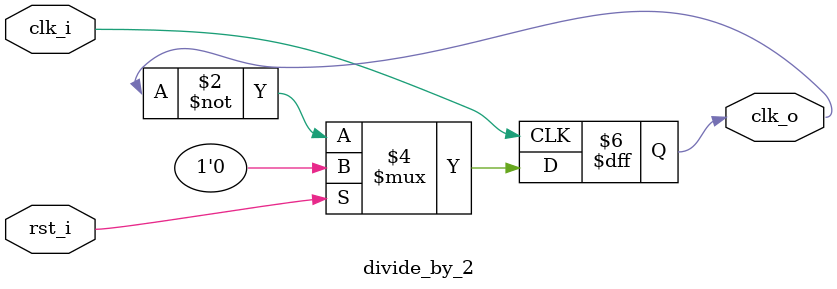
<source format=sv>

module divide_by_2(
  input        clk_i,
  input        rst_i,
  output logic clk_o
);
  
  always_ff @(posedge clk_i) begin
    if(rst_i) begin
	  clk_o <= 1'b0  ;
	end else begin
	  clk_o <= ~clk_o;
	end
  end
  
endmodule

</source>
